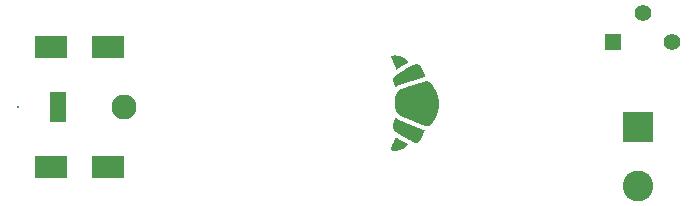
<source format=gbs>
G04*
G04 #@! TF.GenerationSoftware,Altium Limited,Altium Designer,21.6.1 (37)*
G04*
G04 Layer_Color=16711935*
%FSLAX25Y25*%
%MOIN*%
G70*
G04*
G04 #@! TF.SameCoordinates,EE309F7F-E528-4661-BA6D-D9C948015DE1*
G04*
G04*
G04 #@! TF.FilePolarity,Negative*
G04*
G01*
G75*
%ADD38C,0.08280*%
%ADD39R,0.10642X0.07493*%
%ADD40C,0.00800*%
%ADD41R,0.05524X0.10249*%
%ADD42C,0.10249*%
%ADD43R,0.10249X0.10249*%
%ADD44R,0.05524X0.05524*%
%ADD45C,0.05524*%
G36*
X137136Y56542D02*
X137751D01*
Y56474D01*
X138092D01*
Y56405D01*
X138365D01*
Y56337D01*
X138638D01*
Y56269D01*
X138843D01*
Y56201D01*
X139048D01*
Y56132D01*
X139184D01*
Y56064D01*
X139389D01*
Y55996D01*
X139525D01*
Y55927D01*
X139662D01*
Y55859D01*
X139798D01*
Y55791D01*
X139867D01*
Y55723D01*
X140003D01*
Y55655D01*
X140140D01*
Y55586D01*
X140208D01*
Y55518D01*
X140345D01*
Y55450D01*
X140413D01*
Y55382D01*
X140549D01*
Y55313D01*
X140618D01*
Y55245D01*
X140686D01*
Y55177D01*
X140754D01*
Y55108D01*
X140891D01*
Y55040D01*
X140959D01*
Y54972D01*
X141027D01*
Y54904D01*
X141095D01*
Y54835D01*
X141164D01*
Y54767D01*
X141232D01*
Y54699D01*
X141300D01*
Y54631D01*
X141368D01*
Y54562D01*
X141437D01*
Y54426D01*
X141505D01*
Y54358D01*
X141573D01*
Y54289D01*
X141437D01*
Y54221D01*
X141300D01*
Y54153D01*
X141164D01*
Y54085D01*
X141027D01*
Y54016D01*
X140891D01*
Y53948D01*
X140822D01*
Y53880D01*
X140686D01*
Y53812D01*
X140618D01*
Y53743D01*
X140481D01*
Y53675D01*
X140345D01*
Y53607D01*
X140276D01*
Y53539D01*
X140140D01*
Y53470D01*
X140003D01*
Y53402D01*
X139935D01*
Y53334D01*
X139798D01*
Y53266D01*
X139662D01*
Y53197D01*
X139594D01*
Y53129D01*
X139457D01*
Y53061D01*
X139321D01*
Y52992D01*
X139252D01*
Y52924D01*
X139116D01*
Y52856D01*
X139048D01*
Y52788D01*
X138911D01*
Y52719D01*
X138775D01*
Y52651D01*
X138706D01*
Y52583D01*
X138570D01*
Y52515D01*
X138502D01*
Y52447D01*
X138365D01*
Y52378D01*
X138229D01*
Y52310D01*
X138160D01*
Y52242D01*
X138024D01*
Y52174D01*
X137956D01*
Y52105D01*
X137819D01*
Y52037D01*
X137751D01*
Y51969D01*
X137614D01*
Y51900D01*
X137546D01*
Y51832D01*
X137409D01*
Y51900D01*
X137341D01*
Y52105D01*
X137273D01*
Y52242D01*
X137205D01*
Y52447D01*
X137136D01*
Y52583D01*
X137068D01*
Y52719D01*
X137000D01*
Y52924D01*
X136932D01*
Y53061D01*
X136864D01*
Y53266D01*
X136795D01*
Y53402D01*
X136727D01*
Y53607D01*
X136659D01*
Y53743D01*
X136591D01*
Y53880D01*
X136522D01*
Y54085D01*
X136454D01*
Y54221D01*
X136386D01*
Y54358D01*
X136317D01*
Y54562D01*
X136249D01*
Y54699D01*
X136181D01*
Y54904D01*
X136113D01*
Y55040D01*
X136044D01*
Y55245D01*
X135976D01*
Y55382D01*
X135908D01*
Y55586D01*
X135840D01*
Y55791D01*
X135771D01*
Y55996D01*
X135703D01*
Y56474D01*
X135908D01*
Y56542D01*
X136454D01*
Y56610D01*
X137136D01*
Y56542D01*
D02*
G37*
G36*
X144576Y53539D02*
X144713D01*
Y53470D01*
X144850D01*
Y53402D01*
X144986D01*
Y53334D01*
X145054D01*
Y53266D01*
X145123D01*
Y53197D01*
X145191D01*
Y53129D01*
X145259D01*
Y53061D01*
X145327D01*
Y52992D01*
X145396D01*
Y52924D01*
X145464D01*
Y52788D01*
X145532D01*
Y52719D01*
X145600D01*
Y52651D01*
X145668D01*
Y52515D01*
X145737D01*
Y52378D01*
X145805D01*
Y52310D01*
X145873D01*
Y52174D01*
X145942D01*
Y52037D01*
X146010D01*
Y51900D01*
X146078D01*
Y51764D01*
X146146D01*
Y51696D01*
X146215D01*
Y51491D01*
X146283D01*
Y51354D01*
X146351D01*
Y51218D01*
X146419D01*
Y51081D01*
X146488D01*
Y50945D01*
X146556D01*
Y50740D01*
X146624D01*
Y50604D01*
X146692D01*
Y50399D01*
X146761D01*
Y50262D01*
X146829D01*
Y50058D01*
X146897D01*
Y49921D01*
X146965D01*
Y49716D01*
X147034D01*
Y49512D01*
X147102D01*
Y49443D01*
X146897D01*
Y49375D01*
X146624D01*
Y49307D01*
X146351D01*
Y49238D01*
X146146D01*
Y49170D01*
X145942D01*
Y49102D01*
X145737D01*
Y49034D01*
X145532D01*
Y48965D01*
X145327D01*
Y48897D01*
X145123D01*
Y48829D01*
X144850D01*
Y48761D01*
X144645D01*
Y48692D01*
X144440D01*
Y48624D01*
X144235D01*
Y48556D01*
X144030D01*
Y48488D01*
X143757D01*
Y48419D01*
X143621D01*
Y48351D01*
X143348D01*
Y48283D01*
X143143D01*
Y48215D01*
X142938D01*
Y48146D01*
X142665D01*
Y48078D01*
X142529D01*
Y48010D01*
X142256D01*
Y47942D01*
X142051D01*
Y47873D01*
X141846D01*
Y47805D01*
X141573D01*
Y47737D01*
X141437D01*
Y47668D01*
X141164D01*
Y47600D01*
X141027D01*
Y47532D01*
X140754D01*
Y47464D01*
X140549D01*
Y47396D01*
X140345D01*
Y47327D01*
X140071D01*
Y47259D01*
X139935D01*
Y47191D01*
X139662D01*
Y47122D01*
X139457D01*
Y47054D01*
X139252D01*
Y46986D01*
X139048D01*
Y46918D01*
X138843D01*
Y46850D01*
X138638D01*
Y46781D01*
X138502D01*
Y46713D01*
X138365D01*
Y46645D01*
X138229D01*
Y46576D01*
X138092D01*
Y46508D01*
X137956D01*
Y46440D01*
X137819D01*
Y46372D01*
X137683D01*
Y46303D01*
X137614D01*
Y46235D01*
X137546D01*
Y46167D01*
X137409D01*
Y46099D01*
X137341D01*
Y46030D01*
X137273D01*
Y45962D01*
X137205D01*
Y45894D01*
X137136D01*
Y46030D01*
X137068D01*
Y46167D01*
X137000D01*
Y46372D01*
X136932D01*
Y46508D01*
X136864D01*
Y46645D01*
X136795D01*
Y46850D01*
X136727D01*
Y46986D01*
X136659D01*
Y47191D01*
X136591D01*
Y47327D01*
X136522D01*
Y47532D01*
X136454D01*
Y47737D01*
X136386D01*
Y48010D01*
X136317D01*
Y48897D01*
X136386D01*
Y49034D01*
X136454D01*
Y49170D01*
X136522D01*
Y49238D01*
X136591D01*
Y49307D01*
X136659D01*
Y49443D01*
X136727D01*
Y49512D01*
X136795D01*
Y49580D01*
X136864D01*
Y49648D01*
X136932D01*
Y49716D01*
X137068D01*
Y49784D01*
X137136D01*
Y49853D01*
X137205D01*
Y49921D01*
X137273D01*
Y49989D01*
X137409D01*
Y50058D01*
X137478D01*
Y50126D01*
X137546D01*
Y50194D01*
X137683D01*
Y50262D01*
X137751D01*
Y50331D01*
X137887D01*
Y50399D01*
X137956D01*
Y50467D01*
X138092D01*
Y50535D01*
X138160D01*
Y50604D01*
X138297D01*
Y50672D01*
X138365D01*
Y50740D01*
X138502D01*
Y50808D01*
X138570D01*
Y50877D01*
X138706D01*
Y50945D01*
X138775D01*
Y51013D01*
X138911D01*
Y51081D01*
X138979D01*
Y51150D01*
X139116D01*
Y51218D01*
X139252D01*
Y51286D01*
X139321D01*
Y51354D01*
X139457D01*
Y51423D01*
X139525D01*
Y51491D01*
X139662D01*
Y51559D01*
X139798D01*
Y51627D01*
X139867D01*
Y51696D01*
X140003D01*
Y51764D01*
X140140D01*
Y51832D01*
X140208D01*
Y51900D01*
X140345D01*
Y51969D01*
X140413D01*
Y52037D01*
X140549D01*
Y52105D01*
X140686D01*
Y52174D01*
X140754D01*
Y52242D01*
X140891D01*
Y52310D01*
X141027D01*
Y52378D01*
X141095D01*
Y52447D01*
X141232D01*
Y52515D01*
X141368D01*
Y52583D01*
X141437D01*
Y52651D01*
X141573D01*
Y52719D01*
X141641D01*
Y52788D01*
X141778D01*
Y52856D01*
X141914D01*
Y52924D01*
X142051D01*
Y52992D01*
X142188D01*
Y53061D01*
X142324D01*
Y53129D01*
X142529D01*
Y53197D01*
X142665D01*
Y53266D01*
X142802D01*
Y53334D01*
X143007D01*
Y53402D01*
X143211D01*
Y53470D01*
X143348D01*
Y53539D01*
X143621D01*
Y53607D01*
X144576D01*
Y53539D01*
D02*
G37*
G36*
X147716Y47942D02*
X147989D01*
Y47873D01*
X148126D01*
Y47805D01*
X148262D01*
Y47737D01*
X148330D01*
Y47668D01*
X148467D01*
Y47600D01*
X148535D01*
Y47532D01*
X148604D01*
Y47464D01*
X148740D01*
Y47396D01*
X148808D01*
Y47327D01*
X148877D01*
Y47259D01*
X148945D01*
Y47191D01*
X149013D01*
Y47122D01*
X149081D01*
Y46986D01*
X149150D01*
Y46918D01*
X149218D01*
Y46850D01*
X149286D01*
Y46781D01*
X149354D01*
Y46713D01*
X149423D01*
Y46576D01*
X149491D01*
Y46508D01*
X149559D01*
Y46440D01*
X149627D01*
Y46303D01*
X149696D01*
Y46235D01*
X149764D01*
Y46099D01*
X149832D01*
Y46030D01*
X149900D01*
Y45894D01*
X149969D01*
Y45826D01*
X150037D01*
Y45689D01*
X150105D01*
Y45553D01*
X150173D01*
Y45484D01*
X150242D01*
Y45348D01*
X150310D01*
Y45211D01*
X150378D01*
Y45075D01*
X150446D01*
Y44938D01*
X150515D01*
Y44802D01*
X150583D01*
Y44665D01*
X150651D01*
Y44529D01*
X150719D01*
Y44324D01*
X150788D01*
Y44188D01*
X150856D01*
Y44051D01*
X150924D01*
Y43846D01*
X150993D01*
Y43641D01*
X151061D01*
Y43437D01*
X151129D01*
Y43232D01*
X151197D01*
Y43027D01*
X151266D01*
Y42686D01*
X151334D01*
Y42481D01*
X151402D01*
Y42072D01*
X151470D01*
Y41798D01*
X151539D01*
Y40979D01*
X151607D01*
Y40024D01*
X151539D01*
Y39205D01*
X151470D01*
Y38864D01*
X151402D01*
Y38454D01*
X151334D01*
Y38249D01*
X151266D01*
Y37908D01*
X151197D01*
Y37703D01*
X151129D01*
Y37430D01*
X151061D01*
Y37225D01*
X150993D01*
Y37021D01*
X150924D01*
Y36816D01*
X150856D01*
Y36679D01*
X150788D01*
Y36474D01*
X150719D01*
Y36270D01*
X150651D01*
Y36133D01*
X150583D01*
Y35997D01*
X150515D01*
Y35860D01*
X150446D01*
Y35724D01*
X150378D01*
Y35587D01*
X150310D01*
Y35451D01*
X150242D01*
Y35314D01*
X150173D01*
Y35178D01*
X150105D01*
Y35041D01*
X150037D01*
Y34973D01*
X149969D01*
Y34836D01*
X149900D01*
Y34700D01*
X149832D01*
Y34632D01*
X149764D01*
Y34495D01*
X149696D01*
Y34427D01*
X149627D01*
Y34290D01*
X149559D01*
Y34222D01*
X149491D01*
Y34154D01*
X149423D01*
Y34017D01*
X149354D01*
Y33949D01*
X149286D01*
Y33881D01*
X149218D01*
Y33812D01*
X149150D01*
Y33744D01*
X149081D01*
Y33676D01*
X149013D01*
Y33608D01*
X148945D01*
Y33540D01*
X148877D01*
Y33471D01*
X148808D01*
Y33403D01*
X148740D01*
Y33335D01*
X148604D01*
Y33266D01*
X148535D01*
Y33198D01*
X148399D01*
Y33130D01*
X148262D01*
Y33062D01*
X148057D01*
Y32994D01*
X147238D01*
Y33062D01*
X147034D01*
Y33130D01*
X146761D01*
Y33198D01*
X146556D01*
Y33266D01*
X146419D01*
Y33335D01*
X146215D01*
Y33403D01*
X146078D01*
Y33471D01*
X145873D01*
Y33540D01*
X145737D01*
Y33608D01*
X145532D01*
Y33676D01*
X145327D01*
Y33744D01*
X145191D01*
Y33812D01*
X144986D01*
Y33881D01*
X144850D01*
Y33949D01*
X144713D01*
Y34017D01*
X144508D01*
Y34086D01*
X144372D01*
Y34154D01*
X144167D01*
Y34222D01*
X144030D01*
Y34290D01*
X143826D01*
Y34359D01*
X143689D01*
Y34427D01*
X143484D01*
Y34495D01*
X143348D01*
Y34563D01*
X143143D01*
Y34632D01*
X143007D01*
Y34700D01*
X142870D01*
Y34768D01*
X142665D01*
Y34836D01*
X142461D01*
Y34905D01*
X142324D01*
Y34973D01*
X142119D01*
Y35041D01*
X141983D01*
Y35109D01*
X141778D01*
Y35178D01*
X141641D01*
Y35246D01*
X141437D01*
Y35314D01*
X141300D01*
Y35382D01*
X141095D01*
Y35451D01*
X140959D01*
Y35519D01*
X140822D01*
Y35587D01*
X140618D01*
Y35656D01*
X140413D01*
Y35724D01*
X140276D01*
Y35792D01*
X140071D01*
Y35860D01*
X139935D01*
Y35928D01*
X139798D01*
Y35997D01*
X139662D01*
Y36065D01*
X139457D01*
Y36133D01*
X139321D01*
Y36202D01*
X139184D01*
Y36270D01*
X139048D01*
Y36338D01*
X138911D01*
Y36406D01*
X138843D01*
Y36474D01*
X138706D01*
Y36543D01*
X138570D01*
Y36611D01*
X138502D01*
Y36679D01*
X138365D01*
Y36748D01*
X138297D01*
Y36816D01*
X138229D01*
Y36884D01*
X138160D01*
Y36952D01*
X138092D01*
Y37021D01*
X138024D01*
Y37089D01*
X137956D01*
Y37157D01*
X137887D01*
Y37225D01*
X137819D01*
Y37294D01*
X137751D01*
Y37362D01*
X137683D01*
Y37430D01*
X137614D01*
Y37567D01*
X137546D01*
Y37703D01*
X137478D01*
Y37771D01*
X137409D01*
Y37908D01*
X137341D01*
Y38044D01*
X137273D01*
Y38181D01*
X137205D01*
Y38386D01*
X137136D01*
Y38590D01*
X137068D01*
Y38727D01*
X137000D01*
Y39000D01*
X136932D01*
Y39273D01*
X136864D01*
Y39683D01*
X136795D01*
Y40570D01*
X136727D01*
Y40775D01*
X136795D01*
Y41730D01*
X136864D01*
Y42208D01*
X136932D01*
Y42413D01*
X137000D01*
Y42754D01*
X137068D01*
Y42959D01*
X137136D01*
Y43164D01*
X137205D01*
Y43368D01*
X137273D01*
Y43573D01*
X137341D01*
Y43710D01*
X137409D01*
Y43846D01*
X137478D01*
Y43983D01*
X137546D01*
Y44119D01*
X137614D01*
Y44256D01*
X137683D01*
Y44392D01*
X137751D01*
Y44460D01*
X137819D01*
Y44529D01*
X137887D01*
Y44665D01*
X137956D01*
Y44734D01*
X138024D01*
Y44802D01*
X138092D01*
Y44870D01*
X138160D01*
Y44938D01*
X138297D01*
Y45006D01*
X138365D01*
Y45075D01*
X138433D01*
Y45143D01*
X138570D01*
Y45211D01*
X138706D01*
Y45280D01*
X138843D01*
Y45348D01*
X138979D01*
Y45416D01*
X139116D01*
Y45484D01*
X139321D01*
Y45553D01*
X139457D01*
Y45621D01*
X139662D01*
Y45689D01*
X139935D01*
Y45757D01*
X140140D01*
Y45826D01*
X140345D01*
Y45894D01*
X140549D01*
Y45962D01*
X140754D01*
Y46030D01*
X140959D01*
Y46099D01*
X141232D01*
Y46167D01*
X141437D01*
Y46235D01*
X141641D01*
Y46303D01*
X141914D01*
Y46372D01*
X142119D01*
Y46440D01*
X142324D01*
Y46508D01*
X142529D01*
Y46576D01*
X142734D01*
Y46645D01*
X142938D01*
Y46713D01*
X143211D01*
Y46781D01*
X143416D01*
Y46850D01*
X143621D01*
Y46918D01*
X143826D01*
Y46986D01*
X144030D01*
Y47054D01*
X144235D01*
Y47122D01*
X144508D01*
Y47191D01*
X144713D01*
Y47259D01*
X144918D01*
Y47327D01*
X145123D01*
Y47396D01*
X145327D01*
Y47464D01*
X145532D01*
Y47532D01*
X145805D01*
Y47600D01*
X146010D01*
Y47668D01*
X146215D01*
Y47737D01*
X146419D01*
Y47805D01*
X146556D01*
Y47873D01*
X146829D01*
Y47942D01*
X147102D01*
Y48010D01*
X147716D01*
Y47942D01*
D02*
G37*
G36*
X137205Y35792D02*
X137273D01*
Y35724D01*
X137409D01*
Y35656D01*
X137478D01*
Y35587D01*
X137546D01*
Y35519D01*
X137614D01*
Y35451D01*
X137751D01*
Y35382D01*
X137819D01*
Y35314D01*
X137956D01*
Y35246D01*
X138024D01*
Y35178D01*
X138160D01*
Y35109D01*
X138297D01*
Y35041D01*
X138433D01*
Y34973D01*
X138570D01*
Y34905D01*
X138706D01*
Y34836D01*
X138843D01*
Y34768D01*
X138979D01*
Y34700D01*
X139116D01*
Y34632D01*
X139321D01*
Y34563D01*
X139457D01*
Y34495D01*
X139594D01*
Y34427D01*
X139798D01*
Y34359D01*
X139935D01*
Y34290D01*
X140140D01*
Y34222D01*
X140276D01*
Y34154D01*
X140481D01*
Y34086D01*
X140618D01*
Y34017D01*
X140822D01*
Y33949D01*
X140959D01*
Y33881D01*
X141164D01*
Y33812D01*
X141300D01*
Y33744D01*
X141505D01*
Y33676D01*
X141641D01*
Y33608D01*
X141846D01*
Y33540D01*
X141983D01*
Y33471D01*
X142188D01*
Y33403D01*
X142324D01*
Y33335D01*
X142529D01*
Y33266D01*
X142665D01*
Y33198D01*
X142870D01*
Y33130D01*
X143007D01*
Y33062D01*
X143143D01*
Y32994D01*
X143348D01*
Y32925D01*
X143553D01*
Y32857D01*
X143689D01*
Y32789D01*
X143826D01*
Y32720D01*
X144030D01*
Y32652D01*
X144167D01*
Y32584D01*
X144372D01*
Y32516D01*
X144508D01*
Y32447D01*
X144713D01*
Y32379D01*
X144850D01*
Y32311D01*
X145054D01*
Y32243D01*
X145191D01*
Y32174D01*
X145396D01*
Y32106D01*
X145532D01*
Y32038D01*
X145737D01*
Y31970D01*
X145873D01*
Y31901D01*
X146078D01*
Y31833D01*
X146283D01*
Y31765D01*
X146488D01*
Y31697D01*
X146692D01*
Y31628D01*
X146829D01*
Y31424D01*
X146761D01*
Y31287D01*
X146692D01*
Y31082D01*
X146624D01*
Y30946D01*
X146556D01*
Y30809D01*
X146488D01*
Y30604D01*
X146419D01*
Y30468D01*
X146351D01*
Y30263D01*
X146283D01*
Y30195D01*
X146215D01*
Y29990D01*
X146146D01*
Y29854D01*
X146078D01*
Y29717D01*
X146010D01*
Y29581D01*
X145942D01*
Y29444D01*
X145873D01*
Y29239D01*
X145805D01*
Y29171D01*
X145737D01*
Y29035D01*
X145668D01*
Y28898D01*
X145600D01*
Y28762D01*
X145532D01*
Y28625D01*
X145464D01*
Y28557D01*
X145396D01*
Y28420D01*
X145327D01*
Y28284D01*
X145259D01*
Y28216D01*
X145191D01*
Y28079D01*
X145123D01*
Y28011D01*
X145054D01*
Y27874D01*
X144986D01*
Y27806D01*
X144918D01*
Y27738D01*
X144850D01*
Y27670D01*
X144781D01*
Y27601D01*
X144713D01*
Y27533D01*
X144645D01*
Y27465D01*
X144508D01*
Y27396D01*
X144372D01*
Y27328D01*
X143826D01*
Y27396D01*
X143689D01*
Y27465D01*
X143484D01*
Y27533D01*
X143348D01*
Y27601D01*
X143211D01*
Y27670D01*
X143075D01*
Y27738D01*
X142938D01*
Y27806D01*
X142802D01*
Y27874D01*
X142734D01*
Y27942D01*
X142597D01*
Y28011D01*
X142461D01*
Y28079D01*
X142324D01*
Y28147D01*
X142188D01*
Y28216D01*
X142119D01*
Y28284D01*
X141983D01*
Y28352D01*
X141846D01*
Y28420D01*
X141710D01*
Y28488D01*
X141573D01*
Y28557D01*
X141437D01*
Y28625D01*
X141300D01*
Y28693D01*
X141232D01*
Y28762D01*
X141095D01*
Y28830D01*
X140959D01*
Y28898D01*
X140822D01*
Y28966D01*
X140686D01*
Y29035D01*
X140618D01*
Y29103D01*
X140481D01*
Y29171D01*
X140345D01*
Y29239D01*
X140208D01*
Y29308D01*
X140071D01*
Y29376D01*
X140003D01*
Y29444D01*
X139867D01*
Y29512D01*
X139730D01*
Y29581D01*
X139594D01*
Y29649D01*
X139457D01*
Y29717D01*
X139321D01*
Y29785D01*
X139184D01*
Y29854D01*
X139116D01*
Y29922D01*
X138979D01*
Y29990D01*
X138843D01*
Y30058D01*
X138706D01*
Y30127D01*
X138570D01*
Y30195D01*
X138502D01*
Y30263D01*
X138365D01*
Y30332D01*
X138229D01*
Y30400D01*
X138092D01*
Y30468D01*
X137956D01*
Y30536D01*
X137887D01*
Y30604D01*
X137819D01*
Y30673D01*
X137683D01*
Y30741D01*
X137614D01*
Y30809D01*
X137546D01*
Y30878D01*
X137478D01*
Y30946D01*
X137341D01*
Y31014D01*
X137273D01*
Y31082D01*
X137205D01*
Y31150D01*
X137136D01*
Y31219D01*
X137068D01*
Y31287D01*
X137000D01*
Y31355D01*
X136932D01*
Y31424D01*
X136864D01*
Y31492D01*
X136795D01*
Y31560D01*
X136727D01*
Y31628D01*
X136659D01*
Y31697D01*
X136591D01*
Y31833D01*
X136522D01*
Y31901D01*
X136454D01*
Y32038D01*
X136386D01*
Y32174D01*
X136317D01*
Y32379D01*
X136249D01*
Y33335D01*
X136317D01*
Y33676D01*
X136386D01*
Y33949D01*
X136454D01*
Y34154D01*
X136522D01*
Y34427D01*
X136591D01*
Y34563D01*
X136659D01*
Y34768D01*
X136727D01*
Y34973D01*
X136795D01*
Y35109D01*
X136864D01*
Y35314D01*
X136932D01*
Y35451D01*
X137000D01*
Y35656D01*
X137068D01*
Y35792D01*
X137136D01*
Y35860D01*
X137205D01*
Y35792D01*
D02*
G37*
G36*
Y29239D02*
X137341D01*
Y29171D01*
X137478D01*
Y29103D01*
X137614D01*
Y29035D01*
X137683D01*
Y28966D01*
X137819D01*
Y28898D01*
X137956D01*
Y28830D01*
X138092D01*
Y28762D01*
X138229D01*
Y28693D01*
X138297D01*
Y28625D01*
X138433D01*
Y28557D01*
X138570D01*
Y28488D01*
X138706D01*
Y28420D01*
X138843D01*
Y28352D01*
X138979D01*
Y28284D01*
X139048D01*
Y28216D01*
X139184D01*
Y28147D01*
X139321D01*
Y28079D01*
X139457D01*
Y28011D01*
X139594D01*
Y27942D01*
X139730D01*
Y27874D01*
X139798D01*
Y27806D01*
X139935D01*
Y27738D01*
X140071D01*
Y27670D01*
X140208D01*
Y27601D01*
X140345D01*
Y27533D01*
X140413D01*
Y27465D01*
X140549D01*
Y27396D01*
X140686D01*
Y27328D01*
X140822D01*
Y27260D01*
X140959D01*
Y27192D01*
X141095D01*
Y27123D01*
X141164D01*
Y27055D01*
X141300D01*
Y26987D01*
X141437D01*
Y26919D01*
X141368D01*
Y26850D01*
X141300D01*
Y26714D01*
X141164D01*
Y26577D01*
X141095D01*
Y26509D01*
X141027D01*
Y26441D01*
X140959D01*
Y26373D01*
X140822D01*
Y26304D01*
X140754D01*
Y26236D01*
X140686D01*
Y26168D01*
X140618D01*
Y26100D01*
X140549D01*
Y26031D01*
X140413D01*
Y25963D01*
X140345D01*
Y25895D01*
X140276D01*
Y25826D01*
X140140D01*
Y25758D01*
X140071D01*
Y25690D01*
X139935D01*
Y25622D01*
X139798D01*
Y25554D01*
X139662D01*
Y25485D01*
X139525D01*
Y25417D01*
X139389D01*
Y25349D01*
X139252D01*
Y25280D01*
X139116D01*
Y25212D01*
X138911D01*
Y25144D01*
X138706D01*
Y25076D01*
X138502D01*
Y25008D01*
X138160D01*
Y24939D01*
X137887D01*
Y24871D01*
X137273D01*
Y24803D01*
X136317D01*
Y24871D01*
X135840D01*
Y24939D01*
X135635D01*
Y25008D01*
X135498D01*
Y25212D01*
X135567D01*
Y25485D01*
X135635D01*
Y25690D01*
X135703D01*
Y25895D01*
X135771D01*
Y26100D01*
X135840D01*
Y26236D01*
X135908D01*
Y26441D01*
X135976D01*
Y26577D01*
X136044D01*
Y26782D01*
X136113D01*
Y26919D01*
X136181D01*
Y27055D01*
X136249D01*
Y27260D01*
X136317D01*
Y27396D01*
X136386D01*
Y27533D01*
X136454D01*
Y27738D01*
X136522D01*
Y27874D01*
X136591D01*
Y28011D01*
X136659D01*
Y28216D01*
X136727D01*
Y28352D01*
X136795D01*
Y28557D01*
X136864D01*
Y28693D01*
X136932D01*
Y28830D01*
X137000D01*
Y29035D01*
X137068D01*
Y29171D01*
X137136D01*
Y29308D01*
X137205D01*
Y29239D01*
D02*
G37*
D38*
X46654Y39370D02*
D03*
D39*
X41142Y59311D02*
D03*
X22244D02*
D03*
X41142Y19429D02*
D03*
X22244D02*
D03*
D40*
X11220Y39370D02*
D03*
D41*
X24606D02*
D03*
D42*
X218000Y13158D02*
D03*
D43*
Y32842D02*
D03*
D44*
X209700Y60900D02*
D03*
D45*
X219543Y70742D02*
D03*
X229385Y60900D02*
D03*
M02*

</source>
